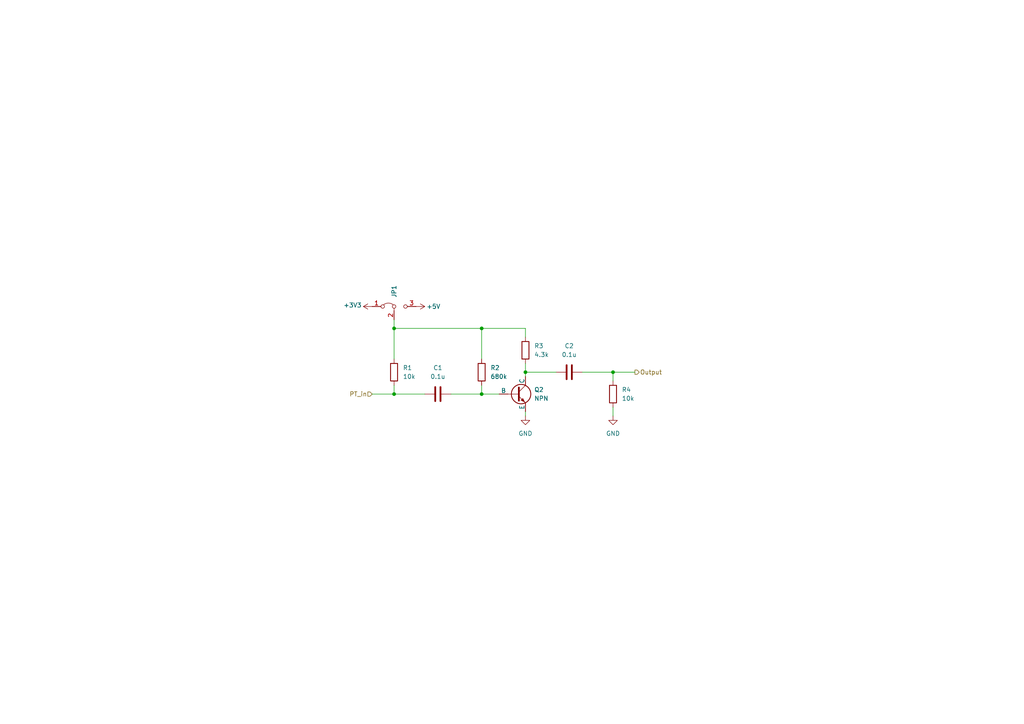
<source format=kicad_sch>
(kicad_sch (version 20231120) (generator "eeschema") (generator_version "8.0")
  (paper "A4")
  (title_block (date "2024-05-30") (company "Group 27"))
  (lib_symbols
    (symbol "Device:C" (pin_numbers hide) (pin_names (offset 0.254))
      (property "Reference" "C" (at 0.635 2.54 0))
      (property "Value" "C" (at 0.635 -2.54 0))
      (symbol "C_0_1"
        (polyline (pts (xy -2.032 -0.762) (xy 2.032 -0.762)) (stroke (width 0.508)))
        (polyline (pts (xy -2.032 0.762) (xy 2.032 0.762)) (stroke (width 0.508)))
      )
      (symbol "C_1_1"
        (pin passive line (at 0 3.81 270) (length 2.794) (name "~") (number "1"))
        (pin passive line (at 0 -3.81 90) (length 2.794) (name "~") (number "2"))
      )
    )
    (symbol "Device:R" (pin_numbers hide) (pin_names (offset 0))
      (property "Reference" "R" (at 2.032 0 90))
      (property "Value" "R" (at 0 0 90))
      (symbol "R_0_1"
        (rectangle (start -1.016 -2.54) (end 1.016 2.54) (stroke (width 0.254)))
      )
      (symbol "R_1_1"
        (pin passive line (at 0 3.81 270) (length 1.27) (name "~") (number "1"))
        (pin passive line (at 0 -3.81 90) (length 1.27) (name "~") (number "2"))
      )
    )
    (symbol "Jumper:Jumper_3_Bridged12" (pin_names (offset 0) hide) (exclude_from_sim yes) (in_bom no)
      (property "Reference" "JP" (at -2.54 -2.54 0))
      (property "Value" "Jumper_3_Bridged12" (at 0 2.794 0))
      (symbol "Jumper_3_Bridged12_0_0"
        (circle (center -3.302 0) (radius 0.508))
        (circle (center 0 0) (radius 0.508))
        (circle (center 3.302 0) (radius 0.508))
      )
      (symbol "Jumper_3_Bridged12_0_1"
        (arc (start -0.254 0.508) (mid -1.651 0.9912) (end -3.048 0.508))
        (polyline (pts (xy 0 -1.27) (xy 0 -0.508)))
      )
      (symbol "Jumper_3_Bridged12_1_1"
        (pin passive line (at -6.35 0 0) (length 2.54) (name "A") (number "1"))
        (pin passive line (at 0 -3.81 90) (length 2.54) (name "C") (number "2"))
        (pin passive line (at 6.35 0 180) (length 2.54) (name "B") (number "3"))
      )
    )
    (symbol "Simulation_SPICE:NPN" (pin_numbers hide) (pin_names (offset 0))
      (property "Reference" "Q" (at -2.54 7.62 0))
      (property "Value" "NPN" (at -2.54 5.08 0))
      (symbol "NPN_0_1"
        (polyline (pts (xy -2.54 0) (xy 0.635 0)) (stroke (width 0.1524)))
        (polyline (pts (xy 0.635 0.635) (xy 2.54 2.54)))
        (polyline (pts (xy 2.794 -1.27) (xy 2.794 -1.27)) (stroke (width 0.1524)))
        (polyline (pts (xy 2.794 -1.27) (xy 2.794 -1.27)) (stroke (width 0.1524)))
        (polyline (pts (xy 0.635 -0.635) (xy 2.54 -2.54) (xy 2.54 -2.54)))
        (polyline (pts (xy 0.635 1.905) (xy 0.635 -1.905) (xy 0.635 -1.905)) (stroke (width 0.508)))
        (polyline (pts (xy 1.27 -1.778) (xy 1.778 -1.27) (xy 2.286 -2.286) (xy 1.27 -1.778) (xy 1.27 -1.778)) (fill (type outline)))
        (circle (center 1.27 0) (radius 2.8194) (stroke (width 0.254)))
      )
      (symbol "NPN_1_1"
        (pin open_collector line (at 2.54 5.08 270) (length 2.54) (name "C") (number "1"))
        (pin input line (at -5.08 0 0) (length 2.54) (name "B") (number "2"))
        (pin open_emitter line (at 2.54 -5.08 90) (length 2.54) (name "E") (number "3"))
      )
    )
    (symbol "power:+3V3" (power) (pin_names (offset 0))
      (property "Value" "+3V3" (at 0 3.556 0))
      (symbol "+3V3_0_1"
        (polyline (pts (xy -0.762 1.27) (xy 0 2.54)))
        (polyline (pts (xy 0 0) (xy 0 2.54)))
        (polyline (pts (xy 0 2.54) (xy 0.762 1.27)))
      )
      (symbol "+3V3_1_1"
        (pin power_in line (at 0 0 90) (length 0) hide (name "+3V3") (number "1"))
      )
    )
    (symbol "power:+5V" (power) (pin_names (offset 0))
      (property "Value" "+5V" (at 0 3.556 0))
      (symbol "+5V_0_1"
        (polyline (pts (xy -0.762 1.27) (xy 0 2.54)))
        (polyline (pts (xy 0 0) (xy 0 2.54)))
        (polyline (pts (xy 0 2.54) (xy 0.762 1.27)))
      )
      (symbol "+5V_1_1"
        (pin power_in line (at 0 0 90) (length 0) hide (name "+5V") (number "1"))
      )
    )
    (symbol "power:GND" (power) (pin_names (offset 0))
      (property "Value" "GND" (at 0 -3.81 0))
      (symbol "GND_0_1"
        (polyline (pts (xy 0 0) (xy 0 -1.27) (xy 1.27 -1.27) (xy 0 -2.54) (xy -1.27 -1.27) (xy 0 -1.27)))
      )
      (symbol "GND_1_1"
        (pin power_in line (at 0 0 270) (length 0) hide (name "GND") (number "1"))
      )
    )
  )
  (junction (at 114.3 95.25))
  (junction (at 139.7 114.3))
  (junction (at 114.3 114.3))
  (junction (at 139.7 95.25))
  (junction (at 177.8 107.95))
  (junction (at 152.4 107.95))
  (wire (pts (xy 152.4 107.95) (xy 161.29 107.95)))
  (wire (pts (xy 177.8 107.95) (xy 184.15 107.95)))
  (wire (pts (xy 152.4 105.41) (xy 152.4 107.95)))
  (wire (pts (xy 177.8 107.95) (xy 177.8 110.49)))
  (wire (pts (xy 139.7 114.3) (xy 139.7 111.76)))
  (wire (pts (xy 177.8 118.11) (xy 177.8 120.65)))
  (wire (pts (xy 114.3 114.3) (xy 123.19 114.3)))
  (wire (pts (xy 139.7 114.3) (xy 144.78 114.3)))
  (wire (pts (xy 139.7 95.25) (xy 139.7 104.14)))
  (wire (pts (xy 152.4 119.38) (xy 152.4 120.65)))
  (wire (pts (xy 114.3 95.25) (xy 114.3 104.14)))
  (wire (pts (xy 114.3 111.76) (xy 114.3 114.3)))
  (wire (pts (xy 107.95 114.3) (xy 114.3 114.3)))
  (wire (pts (xy 130.81 114.3) (xy 139.7 114.3)))
  (wire (pts (xy 152.4 107.95) (xy 152.4 109.22)))
  (wire (pts (xy 114.3 92.71) (xy 114.3 95.25)))
  (wire (pts (xy 168.91 107.95) (xy 177.8 107.95)))
  (wire (pts (xy 114.3 95.25) (xy 139.7 95.25)))
  (wire (pts (xy 152.4 95.25) (xy 152.4 97.79)))
  (wire (pts (xy 139.7 95.25) (xy 152.4 95.25)))
  (hierarchical_label "PT_in" (shape input) (at 107.95 114.3 180))
  (hierarchical_label "Output" (shape output) (at 184.15 107.95 0))
  (symbol (lib_id "Jumper:Jumper_3_Bridged12") (at 114.3 88.9 0) (unit 1) (exclude_from_sim yes) (in_bom no)
    (property "Reference" "JP1" (at 114.3001 86.36 90) (effects (justify left)))
    (property "Value" "Jumper_3_Bridged12" (effects (hide yes)))
    (property "Description" "Jumper, 3-pole, pins 1+2 closed/bridged" (effects (hide yes)))
  )
  (symbol (lib_id "Device:R") (at 152.4 101.6 0) (unit 1)
    (property "Reference" "R3" (at 154.94 100.3299 0) (effects (justify left)))
    (property "Value" "4.3k" (at 154.94 102.8699 0) (effects (justify left)))
    (property "Footprint" "Resistor_SMD:R_0805_2012Metric" (effects (hide yes)))
    (property "Description" "Resistor" (effects (hide yes)))
  )
  (symbol (lib_id "Device:C") (at 165.1 107.95 90) (unit 1)
    (property "Reference" "C2" (at 165.1 100.33 90))
    (property "Value" "0.1u" (at 165.1 102.87 90))
    (property "Footprint" "Capacitor_SMD:C_0805_2012Metric" (effects (hide yes)))
    (property "Description" "Unpolarized capacitor" (effects (hide yes)))
  )
  (symbol (lib_id "Simulation_SPICE:NPN") (at 149.86 114.3 0) (unit 1)
    (property "Reference" "Q2" (at 154.94 113.0299 0) (effects (justify left)))
    (property "Value" "NPN" (at 154.94 115.5699 0) (effects (justify left)))
    (property "Datasheet" "https://ngspice.sourceforge.io/docs/ngspice-html-manual/manual.xhtml#cha_BJTs" (effects (hide yes)))
    (property "Description" "Bipolar transistor symbol for simulation only, substrate tied to the emitter" (effects (hide yes)))
    (property "Sim.Device" "NPN" (effects (hide yes)))
    (property "Sim.Type" "GUMMELPOON" (effects (hide yes)))
    (property "Sim.Pins" "1=C 2=B 3=E" (effects (hide yes)))
  )
  (symbol (lib_id "Device:R") (at 114.3 107.95 0) (unit 1)
    (property "Reference" "R1" (at 116.84 106.6799 0) (effects (justify left)))
    (property "Value" "10k" (at 116.84 109.2199 0) (effects (justify left)))
    (property "Footprint" "Resistor_SMD:R_0805_2012Metric" (effects (hide yes)))
    (property "Description" "Resistor" (effects (hide yes)))
  )
  (symbol (lib_id "power:GND") (at 177.8 120.65 0) (unit 1)
    (property "Reference" "#PWR010" (effects (hide yes)))
    (property "Value" "GND" (at 177.8 125.73 0))
    (property "Description" "Power symbol creates a global label with name \"GND\" , ground" (effects (hide yes)))
  )
  (symbol (lib_id "power:GND") (at 152.4 120.65 0) (unit 1)
    (property "Reference" "#PWR09" (effects (hide yes)))
    (property "Value" "GND" (at 152.4 125.73 0))
    (property "Description" "Power symbol creates a global label with name \"GND\" , ground" (effects (hide yes)))
  )
  (symbol (lib_id "power:+3V3") (at 107.95 88.9 90) (unit 1)
    (property "Reference" "#PWR07" (effects (hide yes)))
    (property "Value" "+3V3" (at 104.902 88.519 90) (effects (justify left)))
  )
  (symbol (lib_id "power:+5V") (at 120.65 88.9 270) (unit 1)
    (property "Reference" "#PWR06" (effects (hide yes)))
    (property "Value" "+5V" (at 125.73 88.9 90))
    (property "Description" "Power symbol creates a global label with name \"+5V\"" (effects (hide yes)))
  )
  (symbol (lib_id "Device:R") (at 177.8 114.3 0) (unit 1)
    (property "Reference" "R4" (at 180.34 113.0299 0) (effects (justify left)))
    (property "Value" "10k" (at 180.34 115.5699 0) (effects (justify left)))
    (property "Footprint" "Resistor_SMD:R_0805_2012Metric" (effects (hide yes)))
    (property "Description" "Resistor" (effects (hide yes)))
  )
  (symbol (lib_id "Device:R") (at 139.7 107.95 0) (unit 1)
    (property "Reference" "R2" (at 142.24 106.6799 0) (effects (justify left)))
    (property "Value" "680k" (at 142.24 109.2199 0) (effects (justify left)))
    (property "Footprint" "Resistor_SMD:R_0805_2012Metric" (effects (hide yes)))
    (property "Description" "Resistor" (effects (hide yes)))
  )
  (symbol (lib_id "Device:C") (at 127 114.3 90) (unit 1)
    (property "Reference" "C1" (at 127 106.68 90))
    (property "Value" "0.1u" (at 127 109.22 90))
    (property "Footprint" "Capacitor_SMD:C_0805_2012Metric" (effects (hide yes)))
    (property "Description" "Unpolarized capacitor" (effects (hide yes)))
  )
)
</source>
